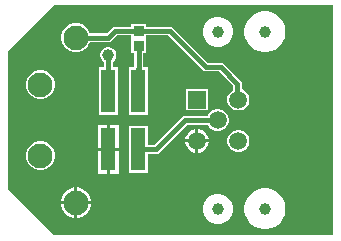
<source format=gbr>
%TF.GenerationSoftware,Altium Limited,Altium Designer,23.10.1 (27)*%
G04 Layer_Physical_Order=1*
G04 Layer_Color=255*
%FSLAX45Y45*%
%MOMM*%
%TF.SameCoordinates,3B401655-87E5-4DED-8554-5CA7246403C5*%
%TF.FilePolarity,Positive*%
%TF.FileFunction,Copper,L1,Top,Signal*%
%TF.Part,Single*%
G01*
G75*
%TA.AperFunction,SMDPad,CuDef*%
%ADD10R,1.27000X3.68000*%
%ADD11R,0.95000X0.85000*%
%TA.AperFunction,Conductor*%
%ADD12C,0.38100*%
%TA.AperFunction,ComponentPad*%
%ADD13C,2.10000*%
%ADD14C,1.00000*%
%ADD15C,1.50000*%
%ADD16R,1.50000X1.50000*%
%TA.AperFunction,ViaPad*%
%ADD17C,1.00000*%
G36*
X3174104Y325896D02*
X810727D01*
X425896Y710727D01*
Y1889273D01*
X810727Y2274104D01*
X3174104D01*
Y325896D01*
D02*
G37*
%LPC*%
G36*
X2216823Y2177780D02*
X2183177D01*
X2150679Y2169072D01*
X2121541Y2152249D01*
X2097750Y2128459D01*
X2080928Y2099321D01*
X2072220Y2066823D01*
Y2033177D01*
X2080928Y2000679D01*
X2097750Y1971541D01*
X2121541Y1947750D01*
X2150679Y1930928D01*
X2183177Y1922220D01*
X2216823D01*
X2249321Y1930928D01*
X2278459Y1947750D01*
X2302249Y1971541D01*
X2319072Y2000679D01*
X2327780Y2033177D01*
Y2066823D01*
X2319072Y2099321D01*
X2302249Y2128459D01*
X2278459Y2152249D01*
X2249321Y2169072D01*
X2216823Y2177780D01*
D02*
G37*
G36*
X2617017Y2222780D02*
X2582983D01*
X2549602Y2216140D01*
X2518158Y2203115D01*
X2489859Y2184207D01*
X2465793Y2160141D01*
X2446884Y2131842D01*
X2433860Y2100398D01*
X2427220Y2067017D01*
Y2032983D01*
X2433860Y1999602D01*
X2446884Y1968158D01*
X2465793Y1939859D01*
X2489859Y1915793D01*
X2518158Y1896884D01*
X2549602Y1883860D01*
X2582983Y1877220D01*
X2617017D01*
X2650398Y1883860D01*
X2681842Y1896884D01*
X2710141Y1915793D01*
X2734207Y1939859D01*
X2753115Y1968158D01*
X2766140Y1999602D01*
X2772780Y2032983D01*
Y2067017D01*
X2766140Y2100398D01*
X2753115Y2131842D01*
X2734207Y2160141D01*
X2710141Y2184207D01*
X2681842Y2203115D01*
X2650398Y2216140D01*
X2617017Y2222780D01*
D02*
G37*
G36*
X716164Y1722780D02*
X683836D01*
X652609Y1714413D01*
X624611Y1698249D01*
X601752Y1675389D01*
X585587Y1647391D01*
X577220Y1616164D01*
Y1583836D01*
X585587Y1552609D01*
X601752Y1524611D01*
X624611Y1501752D01*
X652609Y1485587D01*
X683836Y1477220D01*
X716164D01*
X747391Y1485587D01*
X775389Y1501752D01*
X798249Y1524611D01*
X814413Y1552609D01*
X822780Y1583836D01*
Y1616164D01*
X814413Y1647391D01*
X798249Y1675389D01*
X775389Y1698249D01*
X747391Y1714413D01*
X716164Y1722780D01*
D02*
G37*
G36*
X1016164Y2122780D02*
X983836D01*
X952609Y2114413D01*
X924611Y2098249D01*
X901752Y2075389D01*
X885587Y2047391D01*
X877220Y2016164D01*
Y1983836D01*
X885587Y1952609D01*
X901752Y1924611D01*
X924611Y1901752D01*
X952609Y1885587D01*
X983836Y1877220D01*
X1016164D01*
X1047391Y1885587D01*
X1075389Y1901752D01*
X1098249Y1924611D01*
X1114413Y1952609D01*
X1117049Y1962448D01*
X1275000D01*
X1289370Y1965307D01*
X1301553Y1973447D01*
X1345554Y2017449D01*
X1464720D01*
Y1997981D01*
X1464719Y1994720D01*
Y1985280D01*
X1464720Y1982020D01*
Y1864720D01*
X1492448D01*
Y1749280D01*
X1445720D01*
Y1345720D01*
X1608280D01*
Y1749280D01*
X1567551D01*
Y1864720D01*
X1595280D01*
Y1982020D01*
X1595280Y1985280D01*
Y1994720D01*
X1595280Y1997981D01*
Y2017449D01*
X1779446D01*
X2073447Y1723447D01*
X2085630Y1715307D01*
X2100000Y1712448D01*
X2209446D01*
X2330299Y1591595D01*
Y1556325D01*
X2318032Y1549242D01*
X2300757Y1531968D01*
X2288543Y1510812D01*
X2282220Y1487214D01*
Y1462785D01*
X2288543Y1439188D01*
X2300757Y1418032D01*
X2318032Y1400757D01*
X2339188Y1388543D01*
X2362785Y1382220D01*
X2387214D01*
X2410812Y1388543D01*
X2431968Y1400757D01*
X2449242Y1418032D01*
X2461457Y1439188D01*
X2467780Y1462785D01*
Y1487214D01*
X2461457Y1510812D01*
X2449242Y1531968D01*
X2431968Y1549242D01*
X2410812Y1561457D01*
X2405402Y1562906D01*
Y1607150D01*
X2402543Y1621520D01*
X2394403Y1633703D01*
X2251553Y1776553D01*
X2239370Y1784693D01*
X2225000Y1787552D01*
X2115554D01*
X1821553Y2081553D01*
X1809370Y2089693D01*
X1795000Y2092552D01*
X1595280D01*
Y2115280D01*
X1464720D01*
Y2092552D01*
X1330000D01*
X1315630Y2089693D01*
X1303447Y2081553D01*
X1259446Y2037552D01*
X1117049D01*
X1114413Y2047391D01*
X1098249Y2075389D01*
X1075389Y2098249D01*
X1047391Y2114413D01*
X1016164Y2122780D01*
D02*
G37*
G36*
X2117780Y1567780D02*
X1932220D01*
Y1382220D01*
X2117780D01*
Y1567780D01*
D02*
G37*
G36*
X1283924Y1917780D02*
X1266076D01*
X1248838Y1913161D01*
X1233382Y1904237D01*
X1220763Y1891618D01*
X1211839Y1876162D01*
X1207220Y1858924D01*
Y1841077D01*
X1211839Y1823838D01*
X1220763Y1808382D01*
X1233382Y1795763D01*
X1237448Y1793415D01*
Y1749280D01*
X1191720D01*
Y1345720D01*
X1354280D01*
Y1749280D01*
X1312552D01*
Y1793415D01*
X1316618Y1795763D01*
X1329237Y1808382D01*
X1338161Y1823838D01*
X1342780Y1841077D01*
Y1858924D01*
X1338161Y1876162D01*
X1329237Y1891618D01*
X1316618Y1904237D01*
X1301162Y1913161D01*
X1283924Y1917780D01*
D02*
G37*
G36*
X2212215Y1392780D02*
X2187785D01*
X2164188Y1386457D01*
X2143032Y1374242D01*
X2125757Y1356968D01*
X2114547Y1337552D01*
X1925000D01*
X1910629Y1334693D01*
X1898447Y1326553D01*
X1661946Y1090052D01*
X1608280D01*
Y1254280D01*
X1445720D01*
Y850720D01*
X1608280D01*
Y1014948D01*
X1677500D01*
X1691870Y1017807D01*
X1704053Y1025947D01*
X1940554Y1262448D01*
X2114547D01*
X2125757Y1243032D01*
X2143032Y1225758D01*
X2164188Y1213543D01*
X2187785Y1207220D01*
X2212215D01*
X2235812Y1213543D01*
X2256968Y1225758D01*
X2274242Y1243032D01*
X2286457Y1264188D01*
X2292780Y1287785D01*
Y1312215D01*
X2286457Y1335812D01*
X2274242Y1356968D01*
X2256968Y1374242D01*
X2235812Y1386457D01*
X2212215Y1392780D01*
D02*
G37*
G36*
X2038218Y1225400D02*
X2037700D01*
Y1137700D01*
X2125400D01*
Y1138218D01*
X2118558Y1163753D01*
X2105340Y1186647D01*
X2086647Y1205340D01*
X2063753Y1218558D01*
X2038218Y1225400D01*
D02*
G37*
G36*
X2012300D02*
X2011782D01*
X1986247Y1218558D01*
X1963353Y1205340D01*
X1944660Y1186647D01*
X1931442Y1163753D01*
X1924600Y1138218D01*
Y1137700D01*
X2012300D01*
Y1225400D01*
D02*
G37*
G36*
X1361900Y1261900D02*
X1285700D01*
Y1065200D01*
X1361900D01*
Y1261900D01*
D02*
G37*
G36*
X1260300D02*
X1184100D01*
Y1065200D01*
X1260300D01*
Y1261900D01*
D02*
G37*
G36*
X2387214Y1217780D02*
X2362785D01*
X2339188Y1211457D01*
X2318032Y1199242D01*
X2300757Y1181968D01*
X2288543Y1160812D01*
X2282220Y1137215D01*
Y1112785D01*
X2288543Y1089188D01*
X2300757Y1068032D01*
X2318032Y1050758D01*
X2339188Y1038543D01*
X2362785Y1032220D01*
X2387214D01*
X2410812Y1038543D01*
X2431968Y1050758D01*
X2449242Y1068032D01*
X2461457Y1089188D01*
X2467780Y1112785D01*
Y1137215D01*
X2461457Y1160812D01*
X2449242Y1181968D01*
X2431968Y1199242D01*
X2410812Y1211457D01*
X2387214Y1217780D01*
D02*
G37*
G36*
X2125400Y1112300D02*
X2037700D01*
Y1024600D01*
X2038218D01*
X2063753Y1031442D01*
X2086647Y1044660D01*
X2105340Y1063353D01*
X2118558Y1086247D01*
X2125400Y1111782D01*
Y1112300D01*
D02*
G37*
G36*
X2012300D02*
X1924600D01*
Y1111782D01*
X1931442Y1086247D01*
X1944660Y1063353D01*
X1963353Y1044660D01*
X1986247Y1031442D01*
X2011782Y1024600D01*
X2012300D01*
Y1112300D01*
D02*
G37*
G36*
X716164Y1122780D02*
X683836D01*
X652609Y1114413D01*
X624611Y1098249D01*
X601752Y1075389D01*
X585587Y1047391D01*
X577220Y1016164D01*
Y983836D01*
X585587Y952609D01*
X601752Y924611D01*
X624611Y901752D01*
X652609Y885587D01*
X683836Y877220D01*
X716164D01*
X747391Y885587D01*
X775389Y901752D01*
X798249Y924611D01*
X814413Y952609D01*
X822780Y983836D01*
Y1016164D01*
X814413Y1047391D01*
X798249Y1075389D01*
X775389Y1098249D01*
X747391Y1114413D01*
X716164Y1122780D01*
D02*
G37*
G36*
X1361900Y1039800D02*
X1285700D01*
Y843100D01*
X1361900D01*
Y1039800D01*
D02*
G37*
G36*
X1260300D02*
X1184100D01*
Y843100D01*
X1260300D01*
Y1039800D01*
D02*
G37*
G36*
X1017168Y730400D02*
X1012700D01*
Y612700D01*
X1130400D01*
Y617168D01*
X1121514Y650333D01*
X1104346Y680067D01*
X1080067Y704346D01*
X1050333Y721514D01*
X1017168Y730400D01*
D02*
G37*
G36*
X987300D02*
X982832D01*
X949667Y721514D01*
X919933Y704346D01*
X895654Y680067D01*
X878486Y650333D01*
X869600Y617168D01*
Y612700D01*
X987300D01*
Y730400D01*
D02*
G37*
G36*
X1130400Y587300D02*
X1012700D01*
Y469600D01*
X1017168D01*
X1050333Y478486D01*
X1080067Y495654D01*
X1104346Y519933D01*
X1121514Y549667D01*
X1130400Y582832D01*
Y587300D01*
D02*
G37*
G36*
X987300D02*
X869600D01*
Y582832D01*
X878486Y549667D01*
X895654Y519933D01*
X919933Y495654D01*
X949667Y478486D01*
X982832Y469600D01*
X987300D01*
Y587300D01*
D02*
G37*
G36*
X2216823Y677780D02*
X2183177D01*
X2150679Y669072D01*
X2121541Y652249D01*
X2097750Y628459D01*
X2080928Y599321D01*
X2072220Y566823D01*
Y533177D01*
X2080928Y500679D01*
X2097750Y471541D01*
X2121541Y447750D01*
X2150679Y430928D01*
X2183177Y422220D01*
X2216823D01*
X2249321Y430928D01*
X2278459Y447750D01*
X2302249Y471541D01*
X2319072Y500679D01*
X2327780Y533177D01*
Y566823D01*
X2319072Y599321D01*
X2302249Y628459D01*
X2278459Y652249D01*
X2249321Y669072D01*
X2216823Y677780D01*
D02*
G37*
G36*
X2617017Y722780D02*
X2582983D01*
X2549602Y716140D01*
X2518158Y703115D01*
X2489859Y684207D01*
X2465793Y660141D01*
X2446884Y631842D01*
X2433860Y600398D01*
X2427220Y567017D01*
Y532983D01*
X2433860Y499602D01*
X2446884Y468158D01*
X2465793Y439859D01*
X2489859Y415793D01*
X2518158Y396884D01*
X2549602Y383860D01*
X2582983Y377220D01*
X2617017D01*
X2650398Y383860D01*
X2681842Y396884D01*
X2710141Y415793D01*
X2734207Y439859D01*
X2753115Y468158D01*
X2766140Y499602D01*
X2772780Y532983D01*
Y567017D01*
X2766140Y600398D01*
X2753115Y631842D01*
X2734207Y660141D01*
X2710141Y684207D01*
X2681842Y703115D01*
X2650398Y716140D01*
X2617017Y722780D01*
D02*
G37*
%LPD*%
D10*
X1527000Y1547500D02*
D03*
X1273000D02*
D03*
Y1052500D02*
D03*
X1527000D02*
D03*
D11*
X1530000Y2055000D02*
D03*
Y1925000D02*
D03*
D12*
X1273000Y1731500D02*
X1275000Y1733500D01*
Y1850000D01*
X1273000Y1547500D02*
Y1731500D01*
X1000000Y600000D02*
X1044423D01*
X1677500Y1052500D02*
X1925000Y1300000D01*
X2200000D01*
X1527000Y1052500D02*
X1677500D01*
X1275000Y2000000D02*
X1330000Y2055000D01*
X1530000D01*
X1000000Y2000000D02*
X1275000D01*
X2367850Y1482149D02*
X2375000Y1475000D01*
X2367850Y1482149D02*
Y1607150D01*
X2225000Y1750000D02*
X2367850Y1607150D01*
X2100000Y1750000D02*
X2225000D01*
X1795000Y2055000D02*
X2100000Y1750000D01*
X1530000Y2055000D02*
X1795000D01*
X1527000Y1731500D02*
X1530000Y1734500D01*
Y1925000D01*
X1527000Y1547500D02*
Y1731500D01*
D13*
X1000000Y600000D02*
D03*
X700000Y1000000D02*
D03*
Y1600000D02*
D03*
X1000000Y2000000D02*
D03*
D14*
X2600000Y2050000D02*
D03*
Y550000D02*
D03*
X2200000Y2050000D02*
D03*
Y550000D02*
D03*
D15*
Y1300000D02*
D03*
X2025000Y1125000D02*
D03*
X2375000D02*
D03*
Y1475000D02*
D03*
D16*
X2025000D02*
D03*
D17*
X1275000Y1850000D02*
D03*
%TF.MD5,507060c5484da1dfa3da759fa163a9ab*%
M02*

</source>
